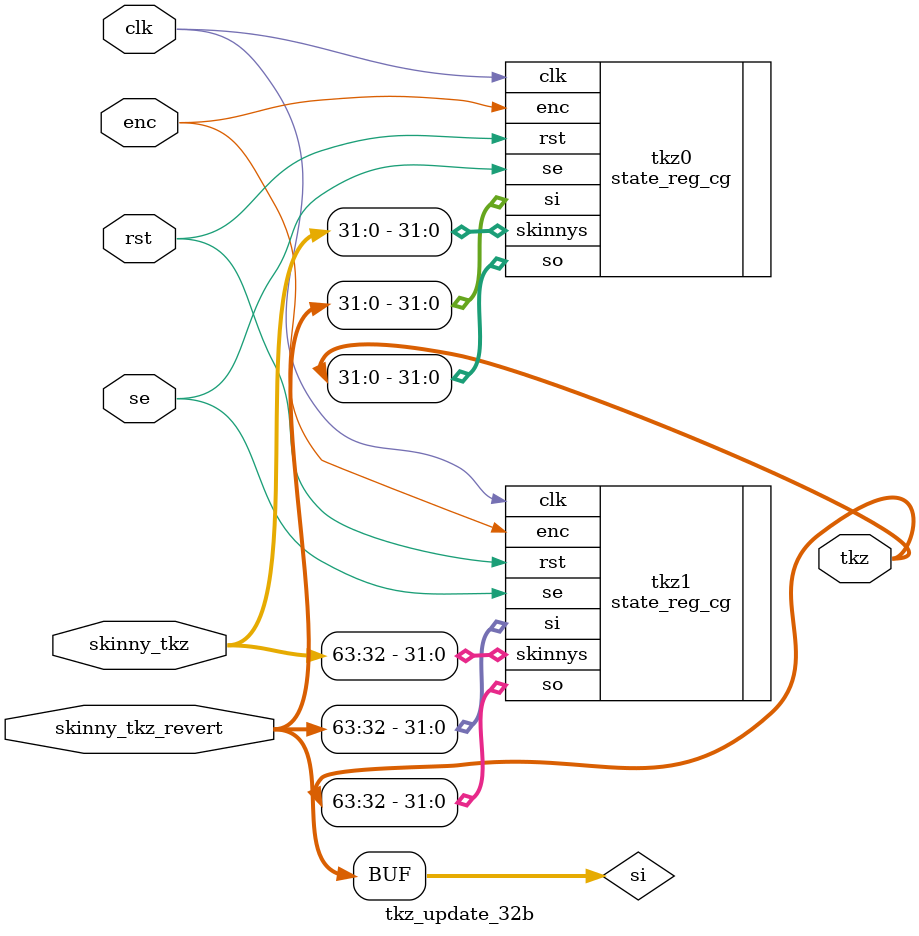
<source format=v>
module tkz_update_32b (/*AUTOARG*/
   // Outputs
   tkz,
   // Inputs
   skinny_tkz, skinny_tkz_revert, clk, rst, enc, se
   ) ;
   output [63:0] tkz;

   input [63:0]  skinny_tkz;
   input [63:0]  skinny_tkz_revert;   
   input 	  clk, rst, enc, se;

   wire [63:0]   si;
   
   assign si = skinny_tkz_revert;   
   
   state_reg_cg #(.initial_value(32'h00000000)) tkz0 (.so(tkz[31:0]),  .si(si[31:0]),  .skinnys(skinny_tkz[31:0]),  .clk(clk),.rst(rst),.enc(enc),.se(se));
   state_reg_cg #(.initial_value(32'h01000000)) tkz1 (.so(tkz[63:32]), .si(si[63:32]), .skinnys(skinny_tkz[63:32]), .clk(clk),.rst(rst),.enc(enc),.se(se));
   
endmodule // tkz_update_32b


</source>
